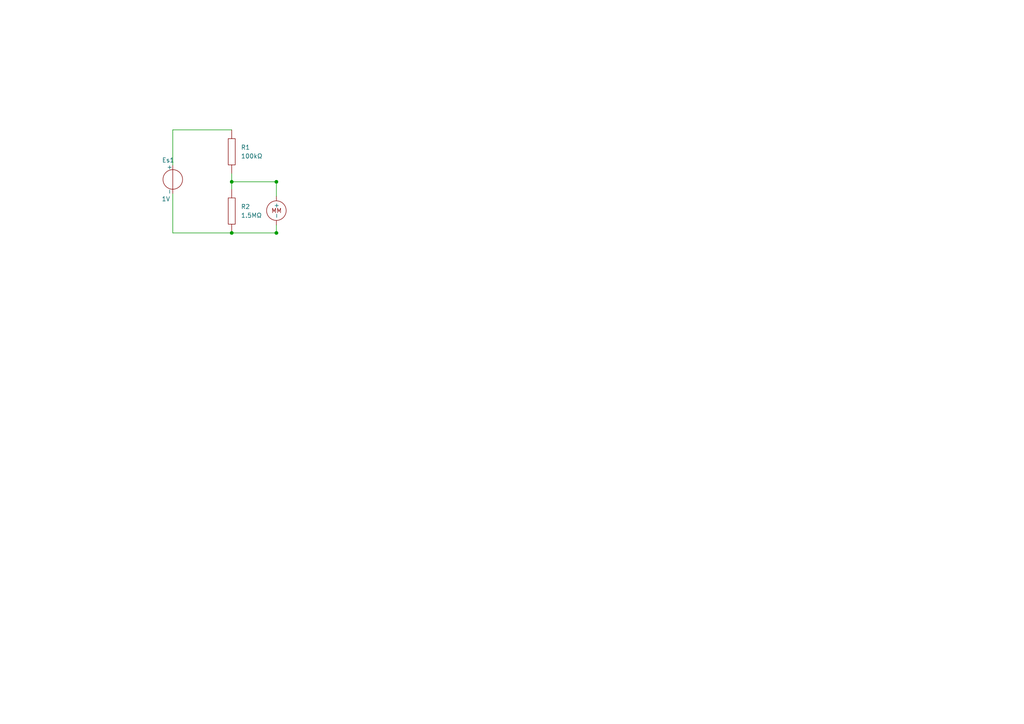
<source format=kicad_sch>
(kicad_sch (version 20211123) (generator eeschema)

  (uuid 3ac28f57-6d47-40c7-8d6f-ac21bc59a43d)

  (paper "A4")

  (lib_symbols
    (symbol "pspice:R" (pin_numbers hide) (pin_names (offset 0)) (in_bom yes) (on_board yes)
      (property "Reference" "R" (id 0) (at 2.032 0 90)
        (effects (font (size 1.27 1.27)))
      )
      (property "Value" "R" (id 1) (at 0 0 90)
        (effects (font (size 1.27 1.27)))
      )
      (property "Footprint" "" (id 2) (at 0 0 0)
        (effects (font (size 1.27 1.27)) hide)
      )
      (property "Datasheet" "~" (id 3) (at 0 0 0)
        (effects (font (size 1.27 1.27)) hide)
      )
      (property "ki_keywords" "resistor simulation" (id 4) (at 0 0 0)
        (effects (font (size 1.27 1.27)) hide)
      )
      (property "ki_description" "Resistor symbol for simulation only" (id 5) (at 0 0 0)
        (effects (font (size 1.27 1.27)) hide)
      )
      (symbol "R_0_1"
        (rectangle (start -1.016 3.81) (end 1.016 -3.81)
          (stroke (width 0) (type default) (color 0 0 0 0))
          (fill (type none))
        )
      )
      (symbol "R_1_1"
        (pin passive line (at 0 6.35 270) (length 2.54)
          (name "~" (effects (font (size 1.27 1.27))))
          (number "1" (effects (font (size 1.27 1.27))))
        )
        (pin passive line (at 0 -6.35 90) (length 2.54)
          (name "~" (effects (font (size 1.27 1.27))))
          (number "2" (effects (font (size 1.27 1.27))))
        )
      )
    )
    (symbol "test2021:Es" (pin_numbers hide) (pin_names (offset 0)) (in_bom yes) (on_board yes)
      (property "Reference" "V" (id 0) (at -3.5306 2.7178 0)
        (effects (font (size 1.27 1.27)))
      )
      (property "Value" "Es" (id 1) (at -2.9972 -3.3274 0)
        (effects (font (size 1.27 1.27)))
      )
      (property "Footprint" "" (id 2) (at -1.778 0 90)
        (effects (font (size 1.27 1.27)) hide)
      )
      (property "Datasheet" "~" (id 3) (at -3.5306 -1.0668 0)
        (effects (font (size 1.27 1.27)) hide)
      )
      (property "ki_keywords" "R res resistor" (id 4) (at 0 0 0)
        (effects (font (size 1.27 1.27)) hide)
      )
      (property "ki_description" "Resistor" (id 5) (at 0 0 0)
        (effects (font (size 1.27 1.27)) hide)
      )
      (property "ki_fp_filters" "R_*" (id 6) (at 0 0 0)
        (effects (font (size 1.27 1.27)) hide)
      )
      (symbol "Es_0_1"
        (polyline
          (pts
            (xy 0 2.8194)
            (xy 0 2.8194)
          )
          (stroke (width 0) (type default) (color 0 0 0 0))
          (fill (type none))
        )
        (polyline
          (pts
            (xy 0 2.8448)
            (xy 0 -2.8702)
          )
          (stroke (width 0) (type default) (color 0 0 0 0))
          (fill (type none))
        )
        (circle (center 0 0) (radius 2.8398)
          (stroke (width 0) (type default) (color 0 0 0 0))
          (fill (type none))
        )
      )
      (symbol "Es_1_1"
        (pin passive line (at 0 4.1402 270) (length 1.27)
          (name "+" (effects (font (size 1.27 1.27))))
          (number "1" (effects (font (size 1.27 1.27))))
        )
        (pin passive line (at 0 -4.1656 90) (length 1.27)
          (name "-" (effects (font (size 1.27 1.27))))
          (number "2" (effects (font (size 1.27 1.27))))
        )
      )
    )
    (symbol "test2021:Multimeter" (pin_numbers hide) (in_bom yes) (on_board yes)
      (property "Reference" "U" (id 0) (at -4.3942 3.0734 0)
        (effects (font (size 1.27 1.27)))
      )
      (property "Value" "Multimeter" (id 1) (at -0.4572 -6.9342 0)
        (effects (font (size 1.27 1.27)))
      )
      (property "Footprint" "" (id 2) (at 0 0 0)
        (effects (font (size 1.27 1.27)) hide)
      )
      (property "Datasheet" "" (id 3) (at 0 0 0)
        (effects (font (size 1.27 1.27)) hide)
      )
      (symbol "Multimeter_0_0"
        (text "MM" (at 0.0254 0 0)
          (effects (font (size 1.27 1.27)))
        )
      )
      (symbol "Multimeter_0_1"
        (circle (center -0.0254 0.0254) (radius 2.8398)
          (stroke (width 0) (type default) (color 0 0 0 0))
          (fill (type none))
        )
        (polyline
          (pts
            (xy -0.0254 2.8448)
            (xy -0.0254 2.8448)
          )
          (stroke (width 0) (type default) (color 0 0 0 0))
          (fill (type none))
        )
      )
      (symbol "Multimeter_1_1"
        (pin passive line (at -0.0254 4.1656 270) (length 1.27)
          (name "+" (effects (font (size 1.27 1.27))))
          (number "1" (effects (font (size 1.27 1.27))))
        )
        (pin passive line (at -0.0254 -4.1402 90) (length 1.27)
          (name "-" (effects (font (size 1.27 1.27))))
          (number "2" (effects (font (size 1.27 1.27))))
        )
      )
    )
  )

  (junction (at 80.1624 67.564) (diameter 0) (color 0 0 0 0)
    (uuid 2aae61cc-a9d4-4f03-b1f1-b54d2dfb2bd7)
  )
  (junction (at 67.2084 67.564) (diameter 0) (color 0 0 0 0)
    (uuid 33e8b4bc-9c23-4984-b526-a06618dd955f)
  )
  (junction (at 67.2084 52.7304) (diameter 0) (color 0 0 0 0)
    (uuid d3a30c51-0e25-4bfd-83d2-9d3b00db207c)
  )
  (junction (at 80.1624 52.7304) (diameter 0) (color 0 0 0 0)
    (uuid fc3ace0e-f654-405e-a043-76943ae09b8c)
  )

  (wire (pts (xy 50.1142 56.2102) (xy 50.1142 67.564))
    (stroke (width 0) (type default) (color 0 0 0 0))
    (uuid 05408302-8e04-4863-aee1-2ce62953e3d1)
  )
  (wire (pts (xy 67.2084 50.3682) (xy 67.2084 52.7304))
    (stroke (width 0) (type default) (color 0 0 0 0))
    (uuid 153f1ef8-ffba-470e-93ba-1a93c275d117)
  )
  (wire (pts (xy 80.1624 65.2526) (xy 80.1624 67.564))
    (stroke (width 0) (type default) (color 0 0 0 0))
    (uuid 520f21b1-4de5-417e-b4e4-dec5fbea5fad)
  )
  (wire (pts (xy 80.1624 67.564) (xy 80.6196 67.564))
    (stroke (width 0) (type default) (color 0 0 0 0))
    (uuid 6445115b-ee46-4f83-a495-6ec3b0391ff6)
  )
  (wire (pts (xy 50.1142 37.6682) (xy 67.2084 37.6682))
    (stroke (width 0) (type default) (color 0 0 0 0))
    (uuid 6789838f-9308-4850-90f6-5d84d47251d3)
  )
  (wire (pts (xy 67.2084 52.7304) (xy 67.2084 54.864))
    (stroke (width 0) (type default) (color 0 0 0 0))
    (uuid 91a7d591-4848-4f9f-9e14-e8dc02c1815c)
  )
  (wire (pts (xy 67.2084 52.7304) (xy 80.1624 52.7304))
    (stroke (width 0) (type default) (color 0 0 0 0))
    (uuid 983ce096-0d68-41e0-b60c-ba1e4aa72232)
  )
  (wire (pts (xy 67.2084 67.564) (xy 80.1624 67.564))
    (stroke (width 0) (type default) (color 0 0 0 0))
    (uuid a642bc71-08fb-4460-a682-75d3e887b7a0)
  )
  (wire (pts (xy 80.6196 67.564) (xy 80.6196 67.5894))
    (stroke (width 0) (type default) (color 0 0 0 0))
    (uuid aa0acc4d-2352-4209-8351-77173b3e1d78)
  )
  (wire (pts (xy 80.1624 52.7304) (xy 80.1624 56.9468))
    (stroke (width 0) (type default) (color 0 0 0 0))
    (uuid b675c5e5-b44b-434a-a746-23061b5811a4)
  )
  (wire (pts (xy 50.1142 47.9044) (xy 50.1142 37.6682))
    (stroke (width 0) (type default) (color 0 0 0 0))
    (uuid cbb28deb-2577-4992-a347-d1a1c76c1412)
  )
  (wire (pts (xy 50.1142 67.564) (xy 67.2084 67.564))
    (stroke (width 0) (type default) (color 0 0 0 0))
    (uuid d96eaaf4-d1d6-44b3-8b6e-36a53923cac2)
  )
  (wire (pts (xy 80.2132 52.7304) (xy 80.2132 52.7558))
    (stroke (width 0) (type default) (color 0 0 0 0))
    (uuid f132eb9c-e22d-4121-9099-600fa0544913)
  )
  (wire (pts (xy 80.1624 52.7304) (xy 80.2132 52.7304))
    (stroke (width 0) (type default) (color 0 0 0 0))
    (uuid fa590b52-6737-428a-8a8c-4b522e3ad388)
  )

  (symbol (lib_id "test2021:Multimeter") (at 80.1878 61.1124 0) (unit 1)
    (in_bom yes) (on_board yes) (fields_autoplaced)
    (uuid 24c4f93e-d2f2-4022-802e-c4e93572776e)
    (property "Reference" "U1" (id 0) (at 83.82 59.8296 0)
      (effects (font (size 1.27 1.27)) (justify left) hide)
    )
    (property "Value" "Multimeter" (id 1) (at 83.82 62.3696 0)
      (effects (font (size 1.27 1.27)) (justify left) hide)
    )
    (property "Footprint" "test2021:Multimeter" (id 2) (at 80.1878 61.1124 0)
      (effects (font (size 1.27 1.27)) hide)
    )
    (property "Datasheet" "" (id 3) (at 80.1878 61.1124 0)
      (effects (font (size 1.27 1.27)) hide)
    )
    (pin "1" (uuid 4be1d481-af78-4037-8566-009147d5bcad))
    (pin "2" (uuid 519e1871-5e21-4b23-a575-8e4c0082db8a))
  )

  (symbol (lib_id "pspice:R") (at 67.2084 61.214 0) (unit 1)
    (in_bom yes) (on_board yes) (fields_autoplaced)
    (uuid 3f1c5048-2ecf-4093-b250-4ac28d9e0812)
    (property "Reference" "R2" (id 0) (at 69.85 59.9439 0)
      (effects (font (size 1.27 1.27)) (justify left))
    )
    (property "Value" "1.5MΩ" (id 1) (at 69.85 62.4839 0)
      (effects (font (size 1.27 1.27)) (justify left))
    )
    (property "Footprint" "test2021:R" (id 2) (at 67.2084 61.214 0)
      (effects (font (size 1.27 1.27)) hide)
    )
    (property "Datasheet" "~" (id 3) (at 67.2084 61.214 0)
      (effects (font (size 1.27 1.27)) hide)
    )
    (pin "1" (uuid ddbd0a4f-7d4d-4275-8a4c-04eb229b0928))
    (pin "2" (uuid 0e8cb207-8650-4620-a825-fc7d9714f7e0))
  )

  (symbol (lib_id "test2021:Es") (at 50.1142 52.0446 0) (unit 1)
    (in_bom yes) (on_board yes)
    (uuid 42d1dc91-9dd3-4f8a-926f-15aa47d991f6)
    (property "Reference" "Es1" (id 0) (at 46.9646 46.4566 0)
      (effects (font (size 1.27 1.27)) (justify left))
    )
    (property "Value" "1V" (id 1) (at 46.863 57.7088 0)
      (effects (font (size 1.27 1.27)) (justify left))
    )
    (property "Footprint" "test2021:Vs" (id 2) (at 48.3362 52.0446 90)
      (effects (font (size 1.27 1.27)) hide)
    )
    (property "Datasheet" "~" (id 3) (at 46.5836 53.1114 0)
      (effects (font (size 1.27 1.27)) hide)
    )
    (pin "1" (uuid 960246ff-a012-44b9-946c-a874a1edc34e))
    (pin "2" (uuid e3c02079-e14d-4803-928b-32d2e54f05ce))
  )

  (symbol (lib_id "pspice:R") (at 67.2084 44.0182 0) (unit 1)
    (in_bom yes) (on_board yes) (fields_autoplaced)
    (uuid a5026e62-6f34-4fd3-8f17-6de947c01339)
    (property "Reference" "R1" (id 0) (at 69.85 42.7481 0)
      (effects (font (size 1.27 1.27)) (justify left))
    )
    (property "Value" "100kΩ" (id 1) (at 69.85 45.2881 0)
      (effects (font (size 1.27 1.27)) (justify left))
    )
    (property "Footprint" "test2021:R" (id 2) (at 67.2084 44.0182 0)
      (effects (font (size 1.27 1.27)) hide)
    )
    (property "Datasheet" "~" (id 3) (at 67.2084 44.0182 0)
      (effects (font (size 1.27 1.27)) hide)
    )
    (pin "1" (uuid 7df95116-c9c0-4a31-a1d2-621b51a3fb38))
    (pin "2" (uuid da75cb60-ffe0-4f49-b9f7-b9c7da7b3bac))
  )

  (sheet_instances
    (path "/" (page "1"))
  )

  (symbol_instances
    (path "/42d1dc91-9dd3-4f8a-926f-15aa47d991f6"
      (reference "Es1") (unit 1) (value "1V") (footprint "test2021:Vs")
    )
    (path "/a5026e62-6f34-4fd3-8f17-6de947c01339"
      (reference "R1") (unit 1) (value "100kΩ") (footprint "test2021:R")
    )
    (path "/3f1c5048-2ecf-4093-b250-4ac28d9e0812"
      (reference "R2") (unit 1) (value "1.5MΩ") (footprint "test2021:R")
    )
    (path "/24c4f93e-d2f2-4022-802e-c4e93572776e"
      (reference "U1") (unit 1) (value "Multimeter") (footprint "test2021:Multimeter")
    )
  )
)

</source>
